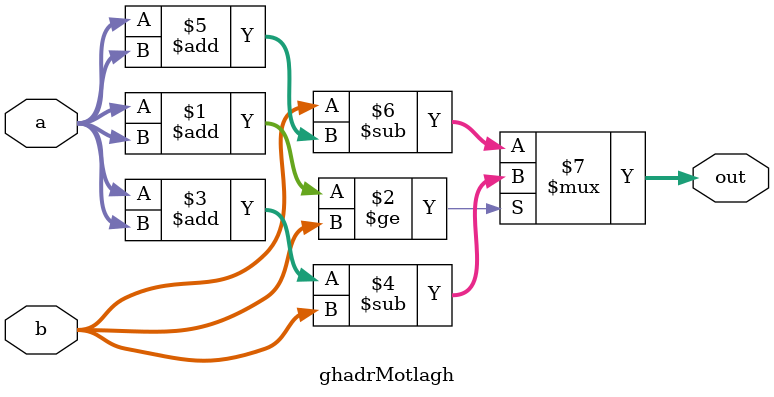
<source format=v>
module ALU_6bit(input_a, input_b, out, op);
	input [5:0]input_a, input_b;
	input [1:0]op;
	output [5:0] out;
	wire[5:0] out0, out1, out2, out3;

	shift s(input_a, input_b, out0);
	add a(input_a, input_b, out1);
	gharine g(input_a, input_b, out2);
	ghadrMotlagh gm(input_a, input_b, out3);
	
	assign out = op[1]? (op[0]? out3 : out2) : (op[0]? out1 : out0);

endmodule

module add(a, b, out);
	input [5:0]a;
	input [5:0]b;
	output [5:0]out;
	assign out = a + (b + b + b);
endmodule

module shift(a, b, out);
	input [5:0]a;
	input [5:0]b;
	output [5:0]out;
	assign out = (a <<< 2) + (b >>> 1);
endmodule

module gharine(a, b, out);
	input [5:0]a, b;
	output [5:0]out;
	assign out = -1 * b;
endmodule

module ghadrMotlagh(a, b, out);
	input [5:0]a, b;
	output [5:0]out;
	assign out = ((a + a) >= b)? ((a + a) - b) : (b - (a + a));
endmodule

</source>
